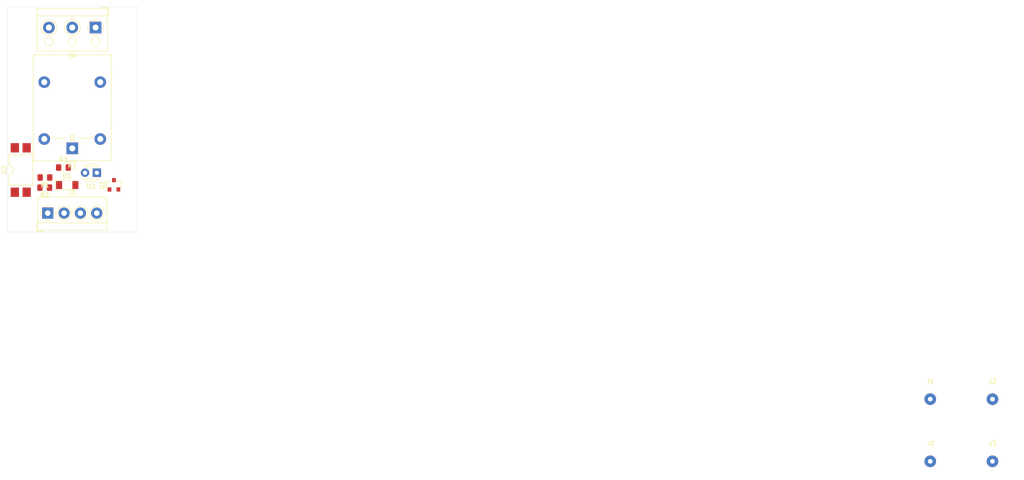
<source format=kicad_pcb>
(kicad_pcb (version 20171130) (host pcbnew 5.1.5-52549c5~86~ubuntu18.04.1)

  (general
    (thickness 1.6)
    (drawings 4)
    (tracks 0)
    (zones 0)
    (modules 22)
    (nets 16)
  )

  (page A4)
  (title_block
    (title "D04 ELECTRONIC")
    (company Galopago)
  )

  (layers
    (0 F.Cu signal)
    (31 B.Cu signal)
    (32 B.Adhes user)
    (33 F.Adhes user)
    (34 B.Paste user)
    (35 F.Paste user)
    (36 B.SilkS user)
    (37 F.SilkS user)
    (38 B.Mask user)
    (39 F.Mask user)
    (40 Dwgs.User user)
    (41 Cmts.User user)
    (42 Eco1.User user)
    (43 Eco2.User user)
    (44 Edge.Cuts user)
    (45 Margin user)
    (46 B.CrtYd user)
    (47 F.CrtYd user)
    (48 B.Fab user)
    (49 F.Fab user)
  )

  (setup
    (last_trace_width 0.25)
    (trace_clearance 0.2)
    (zone_clearance 0.508)
    (zone_45_only no)
    (trace_min 0.2)
    (via_size 0.8)
    (via_drill 0.4)
    (via_min_size 0.4)
    (via_min_drill 0.3)
    (uvia_size 0.3)
    (uvia_drill 0.1)
    (uvias_allowed no)
    (uvia_min_size 0.2)
    (uvia_min_drill 0.1)
    (edge_width 0.05)
    (segment_width 0.2)
    (pcb_text_width 0.3)
    (pcb_text_size 1.5 1.5)
    (mod_edge_width 0.12)
    (mod_text_size 1 1)
    (mod_text_width 0.15)
    (pad_size 3 3)
    (pad_drill 3)
    (pad_to_mask_clearance 0.051)
    (solder_mask_min_width 0.25)
    (aux_axis_origin 0 0)
    (visible_elements FFFFFF7F)
    (pcbplotparams
      (layerselection 0x010fc_ffffffff)
      (usegerberextensions false)
      (usegerberattributes false)
      (usegerberadvancedattributes false)
      (creategerberjobfile false)
      (excludeedgelayer true)
      (linewidth 0.100000)
      (plotframeref false)
      (viasonmask false)
      (mode 1)
      (useauxorigin false)
      (hpglpennumber 1)
      (hpglpenspeed 20)
      (hpglpendiameter 15.000000)
      (psnegative false)
      (psa4output false)
      (plotreference true)
      (plotvalue true)
      (plotinvisibletext false)
      (padsonsilk false)
      (subtractmaskfromsilk false)
      (outputformat 1)
      (mirror false)
      (drillshape 1)
      (scaleselection 1)
      (outputdirectory ""))
  )

  (net 0 "")
  (net 1 "Net-(J0-Pad1)")
  (net 2 "Net-(J4-Pad3)")
  (net 3 "Net-(J4-Pad2)")
  (net 4 "Net-(J4-Pad1)")
  (net 5 "Net-(J5-Pad4)")
  (net 6 "Net-(J5-Pad3)")
  (net 7 "Net-(J5-Pad2)")
  (net 8 "Net-(Q1-Pad1)")
  (net 9 "Net-(R1-Pad2)")
  (net 10 "Net-(U2-Pad2)")
  (net 11 "Net-(D1-Pad2)")
  (net 12 "Net-(D1-Pad1)")
  (net 13 "Net-(R2-Pad2)")
  (net 14 "Net-(R2-Pad1)")
  (net 15 "Net-(D2-Pad2)")

  (net_class Default "This is the default net class."
    (clearance 0.2)
    (trace_width 0.25)
    (via_dia 0.8)
    (via_drill 0.4)
    (uvia_dia 0.3)
    (uvia_drill 0.1)
    (add_net "Net-(D1-Pad1)")
    (add_net "Net-(D1-Pad2)")
    (add_net "Net-(D2-Pad2)")
    (add_net "Net-(J0-Pad1)")
    (add_net "Net-(J4-Pad1)")
    (add_net "Net-(J4-Pad2)")
    (add_net "Net-(J4-Pad3)")
    (add_net "Net-(J5-Pad2)")
    (add_net "Net-(J5-Pad3)")
    (add_net "Net-(J5-Pad4)")
    (add_net "Net-(Q1-Pad1)")
    (add_net "Net-(R1-Pad2)")
    (add_net "Net-(R2-Pad1)")
    (add_net "Net-(R2-Pad2)")
    (add_net "Net-(U2-Pad2)")
  )

  (module Resistor_SMD:R_0805_2012Metric_Pad1.15x1.40mm_HandSolder (layer F.Cu) (tedit 5B36C52B) (tstamp 5F73B347)
    (at 32.0802 54.4576)
    (descr "Resistor SMD 0805 (2012 Metric), square (rectangular) end terminal, IPC_7351 nominal with elongated pad for handsoldering. (Body size source: https://docs.google.com/spreadsheets/d/1BsfQQcO9C6DZCsRaXUlFlo91Tg2WpOkGARC1WS5S8t0/edit?usp=sharing), generated with kicad-footprint-generator")
    (tags "resistor handsolder")
    (path /5F84430C)
    (attr smd)
    (fp_text reference R3 (at 0 -1.65) (layer F.SilkS)
      (effects (font (size 1 1) (thickness 0.15)))
    )
    (fp_text value R (at 0 1.65) (layer F.Fab)
      (effects (font (size 1 1) (thickness 0.15)))
    )
    (fp_text user %R (at 0 0) (layer F.Fab)
      (effects (font (size 0.5 0.5) (thickness 0.08)))
    )
    (fp_line (start 1.85 0.95) (end -1.85 0.95) (layer F.CrtYd) (width 0.05))
    (fp_line (start 1.85 -0.95) (end 1.85 0.95) (layer F.CrtYd) (width 0.05))
    (fp_line (start -1.85 -0.95) (end 1.85 -0.95) (layer F.CrtYd) (width 0.05))
    (fp_line (start -1.85 0.95) (end -1.85 -0.95) (layer F.CrtYd) (width 0.05))
    (fp_line (start -0.261252 0.71) (end 0.261252 0.71) (layer F.SilkS) (width 0.12))
    (fp_line (start -0.261252 -0.71) (end 0.261252 -0.71) (layer F.SilkS) (width 0.12))
    (fp_line (start 1 0.6) (end -1 0.6) (layer F.Fab) (width 0.1))
    (fp_line (start 1 -0.6) (end 1 0.6) (layer F.Fab) (width 0.1))
    (fp_line (start -1 -0.6) (end 1 -0.6) (layer F.Fab) (width 0.1))
    (fp_line (start -1 0.6) (end -1 -0.6) (layer F.Fab) (width 0.1))
    (pad 2 smd roundrect (at 1.025 0) (size 1.15 1.4) (layers F.Cu F.Paste F.Mask) (roundrect_rratio 0.217391)
      (net 15 "Net-(D2-Pad2)"))
    (pad 1 smd roundrect (at -1.025 0) (size 1.15 1.4) (layers F.Cu F.Paste F.Mask) (roundrect_rratio 0.217391)
      (net 12 "Net-(D1-Pad1)"))
    (model ${KISYS3DMOD}/Resistor_SMD.3dshapes/R_0805_2012Metric.wrl
      (at (xyz 0 0 0))
      (scale (xyz 1 1 1))
      (rotate (xyz 0 0 0))
    )
  )

  (module Resistor_SMD:R_0805_2012Metric_Pad1.15x1.40mm_HandSolder (layer F.Cu) (tedit 5B36C52B) (tstamp 5F73B336)
    (at 28.067 58.7756 180)
    (descr "Resistor SMD 0805 (2012 Metric), square (rectangular) end terminal, IPC_7351 nominal with elongated pad for handsoldering. (Body size source: https://docs.google.com/spreadsheets/d/1BsfQQcO9C6DZCsRaXUlFlo91Tg2WpOkGARC1WS5S8t0/edit?usp=sharing), generated with kicad-footprint-generator")
    (tags "resistor handsolder")
    (path /5F83C534)
    (attr smd)
    (fp_text reference R2 (at 0 -1.65) (layer F.SilkS)
      (effects (font (size 1 1) (thickness 0.15)))
    )
    (fp_text value R (at 0 1.65) (layer F.Fab)
      (effects (font (size 1 1) (thickness 0.15)))
    )
    (fp_text user %R (at 0 0) (layer F.Fab)
      (effects (font (size 0.5 0.5) (thickness 0.08)))
    )
    (fp_line (start 1.85 0.95) (end -1.85 0.95) (layer F.CrtYd) (width 0.05))
    (fp_line (start 1.85 -0.95) (end 1.85 0.95) (layer F.CrtYd) (width 0.05))
    (fp_line (start -1.85 -0.95) (end 1.85 -0.95) (layer F.CrtYd) (width 0.05))
    (fp_line (start -1.85 0.95) (end -1.85 -0.95) (layer F.CrtYd) (width 0.05))
    (fp_line (start -0.261252 0.71) (end 0.261252 0.71) (layer F.SilkS) (width 0.12))
    (fp_line (start -0.261252 -0.71) (end 0.261252 -0.71) (layer F.SilkS) (width 0.12))
    (fp_line (start 1 0.6) (end -1 0.6) (layer F.Fab) (width 0.1))
    (fp_line (start 1 -0.6) (end 1 0.6) (layer F.Fab) (width 0.1))
    (fp_line (start -1 -0.6) (end 1 -0.6) (layer F.Fab) (width 0.1))
    (fp_line (start -1 0.6) (end -1 -0.6) (layer F.Fab) (width 0.1))
    (pad 2 smd roundrect (at 1.025 0 180) (size 1.15 1.4) (layers F.Cu F.Paste F.Mask) (roundrect_rratio 0.217391)
      (net 13 "Net-(R2-Pad2)"))
    (pad 1 smd roundrect (at -1.025 0 180) (size 1.15 1.4) (layers F.Cu F.Paste F.Mask) (roundrect_rratio 0.217391)
      (net 14 "Net-(R2-Pad1)"))
    (model ${KISYS3DMOD}/Resistor_SMD.3dshapes/R_0805_2012Metric.wrl
      (at (xyz 0 0 0))
      (scale (xyz 1 1 1))
      (rotate (xyz 0 0 0))
    )
  )

  (module LED_THT:LED_D3.0mm (layer F.Cu) (tedit 587A3A7B) (tstamp 5F73B0CD)
    (at 39.243 55.5752 180)
    (descr "LED, diameter 3.0mm, 2 pins")
    (tags "LED diameter 3.0mm 2 pins")
    (path /5F844FC4)
    (fp_text reference D2 (at 1.27 -2.96) (layer F.SilkS)
      (effects (font (size 1 1) (thickness 0.15)))
    )
    (fp_text value LED (at 1.27 2.96) (layer F.Fab)
      (effects (font (size 1 1) (thickness 0.15)))
    )
    (fp_line (start 3.7 -2.25) (end -1.15 -2.25) (layer F.CrtYd) (width 0.05))
    (fp_line (start 3.7 2.25) (end 3.7 -2.25) (layer F.CrtYd) (width 0.05))
    (fp_line (start -1.15 2.25) (end 3.7 2.25) (layer F.CrtYd) (width 0.05))
    (fp_line (start -1.15 -2.25) (end -1.15 2.25) (layer F.CrtYd) (width 0.05))
    (fp_line (start -0.29 1.08) (end -0.29 1.236) (layer F.SilkS) (width 0.12))
    (fp_line (start -0.29 -1.236) (end -0.29 -1.08) (layer F.SilkS) (width 0.12))
    (fp_line (start -0.23 -1.16619) (end -0.23 1.16619) (layer F.Fab) (width 0.1))
    (fp_circle (center 1.27 0) (end 2.77 0) (layer F.Fab) (width 0.1))
    (fp_arc (start 1.27 0) (end 0.229039 1.08) (angle -87.9) (layer F.SilkS) (width 0.12))
    (fp_arc (start 1.27 0) (end 0.229039 -1.08) (angle 87.9) (layer F.SilkS) (width 0.12))
    (fp_arc (start 1.27 0) (end -0.29 1.235516) (angle -108.8) (layer F.SilkS) (width 0.12))
    (fp_arc (start 1.27 0) (end -0.29 -1.235516) (angle 108.8) (layer F.SilkS) (width 0.12))
    (fp_arc (start 1.27 0) (end -0.23 -1.16619) (angle 284.3) (layer F.Fab) (width 0.1))
    (pad 2 thru_hole circle (at 2.54 0 180) (size 1.8 1.8) (drill 0.9) (layers *.Cu *.Mask)
      (net 15 "Net-(D2-Pad2)"))
    (pad 1 thru_hole rect (at 0 0 180) (size 1.8 1.8) (drill 0.9) (layers *.Cu *.Mask)
      (net 11 "Net-(D1-Pad2)"))
    (model ${KISYS3DMOD}/LED_THT.3dshapes/LED_D3.0mm.wrl
      (at (xyz 0 0 0))
      (scale (xyz 1 1 1))
      (rotate (xyz 0 0 0))
    )
  )

  (module Diode_SMD:D_MiniMELF (layer F.Cu) (tedit 5905D8F5) (tstamp 5F73AAB8)
    (at 32.893 58.2168)
    (descr "Diode Mini-MELF")
    (tags "Diode Mini-MELF")
    (path /5F833EAA)
    (attr smd)
    (fp_text reference D1 (at 0 -2) (layer F.SilkS)
      (effects (font (size 1 1) (thickness 0.15)))
    )
    (fp_text value LL4148 (at 0 1.75) (layer F.Fab)
      (effects (font (size 1 1) (thickness 0.15)))
    )
    (fp_line (start -2.65 1.1) (end -2.65 -1.1) (layer F.CrtYd) (width 0.05))
    (fp_line (start 2.65 1.1) (end -2.65 1.1) (layer F.CrtYd) (width 0.05))
    (fp_line (start 2.65 -1.1) (end 2.65 1.1) (layer F.CrtYd) (width 0.05))
    (fp_line (start -2.65 -1.1) (end 2.65 -1.1) (layer F.CrtYd) (width 0.05))
    (fp_line (start -0.75 0) (end -0.35 0) (layer F.Fab) (width 0.1))
    (fp_line (start -0.35 0) (end -0.35 -0.55) (layer F.Fab) (width 0.1))
    (fp_line (start -0.35 0) (end -0.35 0.55) (layer F.Fab) (width 0.1))
    (fp_line (start -0.35 0) (end 0.25 -0.4) (layer F.Fab) (width 0.1))
    (fp_line (start 0.25 -0.4) (end 0.25 0.4) (layer F.Fab) (width 0.1))
    (fp_line (start 0.25 0.4) (end -0.35 0) (layer F.Fab) (width 0.1))
    (fp_line (start 0.25 0) (end 0.75 0) (layer F.Fab) (width 0.1))
    (fp_line (start -1.65 -0.8) (end 1.65 -0.8) (layer F.Fab) (width 0.1))
    (fp_line (start -1.65 0.8) (end -1.65 -0.8) (layer F.Fab) (width 0.1))
    (fp_line (start 1.65 0.8) (end -1.65 0.8) (layer F.Fab) (width 0.1))
    (fp_line (start 1.65 -0.8) (end 1.65 0.8) (layer F.Fab) (width 0.1))
    (fp_line (start -2.55 1) (end 1.75 1) (layer F.SilkS) (width 0.12))
    (fp_line (start -2.55 -1) (end -2.55 1) (layer F.SilkS) (width 0.12))
    (fp_line (start 1.75 -1) (end -2.55 -1) (layer F.SilkS) (width 0.12))
    (fp_text user %R (at 0 -2) (layer F.Fab)
      (effects (font (size 1 1) (thickness 0.15)))
    )
    (pad 2 smd rect (at 1.75 0) (size 1.3 1.7) (layers F.Cu F.Paste F.Mask)
      (net 11 "Net-(D1-Pad2)"))
    (pad 1 smd rect (at -1.75 0) (size 1.3 1.7) (layers F.Cu F.Paste F.Mask)
      (net 12 "Net-(D1-Pad1)"))
    (model ${KISYS3DMOD}/Diode_SMD.3dshapes/D_MiniMELF.wrl
      (at (xyz 0 0 0))
      (scale (xyz 1 1 1))
      (rotate (xyz 0 0 0))
    )
  )

  (module Resistor_SMD:R_0805_2012Metric_Pad1.15x1.40mm_HandSolder (layer F.Cu) (tedit 5B36C52B) (tstamp 5F73A77E)
    (at 28.1178 56.5912 180)
    (descr "Resistor SMD 0805 (2012 Metric), square (rectangular) end terminal, IPC_7351 nominal with elongated pad for handsoldering. (Body size source: https://docs.google.com/spreadsheets/d/1BsfQQcO9C6DZCsRaXUlFlo91Tg2WpOkGARC1WS5S8t0/edit?usp=sharing), generated with kicad-footprint-generator")
    (tags "resistor handsolder")
    (path /5F7F9740)
    (attr smd)
    (fp_text reference R1 (at 0 -1.65) (layer F.SilkS)
      (effects (font (size 1 1) (thickness 0.15)))
    )
    (fp_text value R (at 0 1.65) (layer F.Fab)
      (effects (font (size 1 1) (thickness 0.15)))
    )
    (fp_text user %R (at 0 0) (layer F.Fab)
      (effects (font (size 0.5 0.5) (thickness 0.08)))
    )
    (fp_line (start 1.85 0.95) (end -1.85 0.95) (layer F.CrtYd) (width 0.05))
    (fp_line (start 1.85 -0.95) (end 1.85 0.95) (layer F.CrtYd) (width 0.05))
    (fp_line (start -1.85 -0.95) (end 1.85 -0.95) (layer F.CrtYd) (width 0.05))
    (fp_line (start -1.85 0.95) (end -1.85 -0.95) (layer F.CrtYd) (width 0.05))
    (fp_line (start -0.261252 0.71) (end 0.261252 0.71) (layer F.SilkS) (width 0.12))
    (fp_line (start -0.261252 -0.71) (end 0.261252 -0.71) (layer F.SilkS) (width 0.12))
    (fp_line (start 1 0.6) (end -1 0.6) (layer F.Fab) (width 0.1))
    (fp_line (start 1 -0.6) (end 1 0.6) (layer F.Fab) (width 0.1))
    (fp_line (start -1 -0.6) (end 1 -0.6) (layer F.Fab) (width 0.1))
    (fp_line (start -1 0.6) (end -1 -0.6) (layer F.Fab) (width 0.1))
    (pad 2 smd roundrect (at 1.025 0 180) (size 1.15 1.4) (layers F.Cu F.Paste F.Mask) (roundrect_rratio 0.217391)
      (net 9 "Net-(R1-Pad2)"))
    (pad 1 smd roundrect (at -1.025 0 180) (size 1.15 1.4) (layers F.Cu F.Paste F.Mask) (roundrect_rratio 0.217391)
      (net 8 "Net-(Q1-Pad1)"))
    (model ${KISYS3DMOD}/Resistor_SMD.3dshapes/R_0805_2012Metric.wrl
      (at (xyz 0 0 0))
      (scale (xyz 1 1 1))
      (rotate (xyz 0 0 0))
    )
  )

  (module Package_DIP:SMDIP-4_W9.53mm (layer F.Cu) (tedit 5A02E8C5) (tstamp 5F738892)
    (at 22.9362 54.991 90)
    (descr "4-lead surface-mounted (SMD) DIP package, row spacing 9.53 mm (375 mils)")
    (tags "SMD DIP DIL PDIP SMDIP 2.54mm 9.53mm 375mil")
    (path /5F821A29)
    (attr smd)
    (fp_text reference U2 (at 0 -3.6 90) (layer F.SilkS)
      (effects (font (size 1 1) (thickness 0.15)))
    )
    (fp_text value LTV-817S (at 0 3.6 90) (layer F.Fab)
      (effects (font (size 1 1) (thickness 0.15)))
    )
    (fp_text user %R (at 0 0 90) (layer F.Fab)
      (effects (font (size 1 1) (thickness 0.15)))
    )
    (fp_line (start 6.05 -2.8) (end -6.05 -2.8) (layer F.CrtYd) (width 0.05))
    (fp_line (start 6.05 2.8) (end 6.05 -2.8) (layer F.CrtYd) (width 0.05))
    (fp_line (start -6.05 2.8) (end 6.05 2.8) (layer F.CrtYd) (width 0.05))
    (fp_line (start -6.05 -2.8) (end -6.05 2.8) (layer F.CrtYd) (width 0.05))
    (fp_line (start 3.235 -2.6) (end 1 -2.6) (layer F.SilkS) (width 0.12))
    (fp_line (start 3.235 2.6) (end 3.235 -2.6) (layer F.SilkS) (width 0.12))
    (fp_line (start -3.235 2.6) (end 3.235 2.6) (layer F.SilkS) (width 0.12))
    (fp_line (start -3.235 -2.6) (end -3.235 2.6) (layer F.SilkS) (width 0.12))
    (fp_line (start -1 -2.6) (end -3.235 -2.6) (layer F.SilkS) (width 0.12))
    (fp_line (start -3.175 -1.54) (end -2.175 -2.54) (layer F.Fab) (width 0.1))
    (fp_line (start -3.175 2.54) (end -3.175 -1.54) (layer F.Fab) (width 0.1))
    (fp_line (start 3.175 2.54) (end -3.175 2.54) (layer F.Fab) (width 0.1))
    (fp_line (start 3.175 -2.54) (end 3.175 2.54) (layer F.Fab) (width 0.1))
    (fp_line (start -2.175 -2.54) (end 3.175 -2.54) (layer F.Fab) (width 0.1))
    (fp_arc (start 0 -2.6) (end -1 -2.6) (angle -180) (layer F.SilkS) (width 0.12))
    (pad 4 smd rect (at 4.765 -1.27 90) (size 2 1.78) (layers F.Cu F.Paste F.Mask)
      (net 12 "Net-(D1-Pad1)"))
    (pad 2 smd rect (at -4.765 1.27 90) (size 2 1.78) (layers F.Cu F.Paste F.Mask)
      (net 10 "Net-(U2-Pad2)"))
    (pad 3 smd rect (at 4.765 1.27 90) (size 2 1.78) (layers F.Cu F.Paste F.Mask)
      (net 9 "Net-(R1-Pad2)"))
    (pad 1 smd rect (at -4.765 -1.27 90) (size 2 1.78) (layers F.Cu F.Paste F.Mask)
      (net 13 "Net-(R2-Pad2)"))
    (model ${KISYS3DMOD}/Package_DIP.3dshapes/SMDIP-4_W9.53mm.wrl
      (at (xyz 0 0 0))
      (scale (xyz 1 1 1))
      (rotate (xyz 0 0 0))
    )
  )

  (module Package_TO_SOT_SMD:SOT-23 (layer F.Cu) (tedit 5A02FF57) (tstamp 5F7342DE)
    (at 42.9006 58.166 90)
    (descr "SOT-23, Standard")
    (tags SOT-23)
    (path /5F7DA704)
    (attr smd)
    (fp_text reference Q1 (at 0 -2.5 90) (layer F.SilkS)
      (effects (font (size 1 1) (thickness 0.15)))
    )
    (fp_text value MMBT3904 (at 0 2.5 90) (layer F.Fab)
      (effects (font (size 1 1) (thickness 0.15)))
    )
    (fp_line (start 0.76 1.58) (end -0.7 1.58) (layer F.SilkS) (width 0.12))
    (fp_line (start 0.76 -1.58) (end -1.4 -1.58) (layer F.SilkS) (width 0.12))
    (fp_line (start -1.7 1.75) (end -1.7 -1.75) (layer F.CrtYd) (width 0.05))
    (fp_line (start 1.7 1.75) (end -1.7 1.75) (layer F.CrtYd) (width 0.05))
    (fp_line (start 1.7 -1.75) (end 1.7 1.75) (layer F.CrtYd) (width 0.05))
    (fp_line (start -1.7 -1.75) (end 1.7 -1.75) (layer F.CrtYd) (width 0.05))
    (fp_line (start 0.76 -1.58) (end 0.76 -0.65) (layer F.SilkS) (width 0.12))
    (fp_line (start 0.76 1.58) (end 0.76 0.65) (layer F.SilkS) (width 0.12))
    (fp_line (start -0.7 1.52) (end 0.7 1.52) (layer F.Fab) (width 0.1))
    (fp_line (start 0.7 -1.52) (end 0.7 1.52) (layer F.Fab) (width 0.1))
    (fp_line (start -0.7 -0.95) (end -0.15 -1.52) (layer F.Fab) (width 0.1))
    (fp_line (start -0.15 -1.52) (end 0.7 -1.52) (layer F.Fab) (width 0.1))
    (fp_line (start -0.7 -0.95) (end -0.7 1.5) (layer F.Fab) (width 0.1))
    (fp_text user %R (at 0 0) (layer F.Fab)
      (effects (font (size 0.5 0.5) (thickness 0.075)))
    )
    (pad 3 smd rect (at 1 0 90) (size 0.9 0.8) (layers F.Cu F.Paste F.Mask)
      (net 11 "Net-(D1-Pad2)"))
    (pad 2 smd rect (at -1 0.95 90) (size 0.9 0.8) (layers F.Cu F.Paste F.Mask)
      (net 5 "Net-(J5-Pad4)"))
    (pad 1 smd rect (at -1 -0.95 90) (size 0.9 0.8) (layers F.Cu F.Paste F.Mask)
      (net 8 "Net-(Q1-Pad1)"))
    (model ${KISYS3DMOD}/Package_TO_SOT_SMD.3dshapes/SOT-23.wrl
      (at (xyz 0 0 0))
      (scale (xyz 1 1 1))
      (rotate (xyz 0 0 0))
    )
  )

  (module TerminalBlock_4Ucon:TerminalBlock_4Ucon_1x04_P3.50mm_Horizontal (layer F.Cu) (tedit 5B294E91) (tstamp 5F732A7A)
    (at 28.72 64.2366)
    (descr "Terminal Block 4Ucon ItemNo. 20001, 4 pins, pitch 3.5mm, size 14.7x7mm^2, drill diamater 1.2mm, pad diameter 2.4mm, see http://www.4uconnector.com/online/object/4udrawing/20001.pdf, script-generated using https://github.com/pointhi/kicad-footprint-generator/scripts/TerminalBlock_4Ucon")
    (tags "THT Terminal Block 4Ucon ItemNo. 20001 pitch 3.5mm size 14.7x7mm^2 drill 1.2mm pad 2.4mm")
    (path /5F7CAE16)
    (fp_text reference J5 (at 5.25 -4.46) (layer F.SilkS)
      (effects (font (size 1 1) (thickness 0.15)))
    )
    (fp_text value Conn_01x04_Female (at 5.25 4.66) (layer F.Fab)
      (effects (font (size 1 1) (thickness 0.15)))
    )
    (fp_text user %R (at 5.25 2.9) (layer F.Fab)
      (effects (font (size 1 1) (thickness 0.15)))
    )
    (fp_line (start 13.1 -3.9) (end -2.6 -3.9) (layer F.CrtYd) (width 0.05))
    (fp_line (start 13.1 4.1) (end 13.1 -3.9) (layer F.CrtYd) (width 0.05))
    (fp_line (start -2.6 4.1) (end 13.1 4.1) (layer F.CrtYd) (width 0.05))
    (fp_line (start -2.6 -3.9) (end -2.6 4.1) (layer F.CrtYd) (width 0.05))
    (fp_line (start -2.4 3.9) (end -0.9 3.9) (layer F.SilkS) (width 0.12))
    (fp_line (start -2.4 2.16) (end -2.4 3.9) (layer F.SilkS) (width 0.12))
    (fp_line (start 9.4 0.069) (end 9.4 -0.069) (layer F.Fab) (width 0.1))
    (fp_line (start 10.431 0.069) (end 9.4 0.069) (layer F.Fab) (width 0.1))
    (fp_line (start 10.431 1.1) (end 10.431 0.069) (layer F.Fab) (width 0.1))
    (fp_line (start 10.569 1.1) (end 10.431 1.1) (layer F.Fab) (width 0.1))
    (fp_line (start 10.569 0.069) (end 10.569 1.1) (layer F.Fab) (width 0.1))
    (fp_line (start 11.6 0.069) (end 10.569 0.069) (layer F.Fab) (width 0.1))
    (fp_line (start 11.6 -0.069) (end 11.6 0.069) (layer F.Fab) (width 0.1))
    (fp_line (start 10.569 -0.069) (end 11.6 -0.069) (layer F.Fab) (width 0.1))
    (fp_line (start 10.569 -1.1) (end 10.569 -0.069) (layer F.Fab) (width 0.1))
    (fp_line (start 10.431 -1.1) (end 10.569 -1.1) (layer F.Fab) (width 0.1))
    (fp_line (start 10.431 -0.069) (end 10.431 -1.1) (layer F.Fab) (width 0.1))
    (fp_line (start 9.4 -0.069) (end 10.431 -0.069) (layer F.Fab) (width 0.1))
    (fp_line (start 5.9 0.069) (end 5.9 -0.069) (layer F.Fab) (width 0.1))
    (fp_line (start 6.931 0.069) (end 5.9 0.069) (layer F.Fab) (width 0.1))
    (fp_line (start 6.931 1.1) (end 6.931 0.069) (layer F.Fab) (width 0.1))
    (fp_line (start 7.069 1.1) (end 6.931 1.1) (layer F.Fab) (width 0.1))
    (fp_line (start 7.069 0.069) (end 7.069 1.1) (layer F.Fab) (width 0.1))
    (fp_line (start 8.1 0.069) (end 7.069 0.069) (layer F.Fab) (width 0.1))
    (fp_line (start 8.1 -0.069) (end 8.1 0.069) (layer F.Fab) (width 0.1))
    (fp_line (start 7.069 -0.069) (end 8.1 -0.069) (layer F.Fab) (width 0.1))
    (fp_line (start 7.069 -1.1) (end 7.069 -0.069) (layer F.Fab) (width 0.1))
    (fp_line (start 6.931 -1.1) (end 7.069 -1.1) (layer F.Fab) (width 0.1))
    (fp_line (start 6.931 -0.069) (end 6.931 -1.1) (layer F.Fab) (width 0.1))
    (fp_line (start 5.9 -0.069) (end 6.931 -0.069) (layer F.Fab) (width 0.1))
    (fp_line (start 2.4 0.069) (end 2.4 -0.069) (layer F.Fab) (width 0.1))
    (fp_line (start 3.431 0.069) (end 2.4 0.069) (layer F.Fab) (width 0.1))
    (fp_line (start 3.431 1.1) (end 3.431 0.069) (layer F.Fab) (width 0.1))
    (fp_line (start 3.569 1.1) (end 3.431 1.1) (layer F.Fab) (width 0.1))
    (fp_line (start 3.569 0.069) (end 3.569 1.1) (layer F.Fab) (width 0.1))
    (fp_line (start 4.6 0.069) (end 3.569 0.069) (layer F.Fab) (width 0.1))
    (fp_line (start 4.6 -0.069) (end 4.6 0.069) (layer F.Fab) (width 0.1))
    (fp_line (start 3.569 -0.069) (end 4.6 -0.069) (layer F.Fab) (width 0.1))
    (fp_line (start 3.569 -1.1) (end 3.569 -0.069) (layer F.Fab) (width 0.1))
    (fp_line (start 3.431 -1.1) (end 3.569 -1.1) (layer F.Fab) (width 0.1))
    (fp_line (start 3.431 -0.069) (end 3.431 -1.1) (layer F.Fab) (width 0.1))
    (fp_line (start 2.4 -0.069) (end 3.431 -0.069) (layer F.Fab) (width 0.1))
    (fp_line (start -1.1 0.069) (end -1.1 -0.069) (layer F.Fab) (width 0.1))
    (fp_line (start -0.069 0.069) (end -1.1 0.069) (layer F.Fab) (width 0.1))
    (fp_line (start -0.069 1.1) (end -0.069 0.069) (layer F.Fab) (width 0.1))
    (fp_line (start 0.069 1.1) (end -0.069 1.1) (layer F.Fab) (width 0.1))
    (fp_line (start 0.069 0.069) (end 0.069 1.1) (layer F.Fab) (width 0.1))
    (fp_line (start 1.1 0.069) (end 0.069 0.069) (layer F.Fab) (width 0.1))
    (fp_line (start 1.1 -0.069) (end 1.1 0.069) (layer F.Fab) (width 0.1))
    (fp_line (start 0.069 -0.069) (end 1.1 -0.069) (layer F.Fab) (width 0.1))
    (fp_line (start 0.069 -1.1) (end 0.069 -0.069) (layer F.Fab) (width 0.1))
    (fp_line (start -0.069 -1.1) (end 0.069 -1.1) (layer F.Fab) (width 0.1))
    (fp_line (start -0.069 -0.069) (end -0.069 -1.1) (layer F.Fab) (width 0.1))
    (fp_line (start -1.1 -0.069) (end -0.069 -0.069) (layer F.Fab) (width 0.1))
    (fp_line (start 12.66 -3.46) (end 12.66 3.66) (layer F.SilkS) (width 0.12))
    (fp_line (start -2.16 -3.46) (end -2.16 3.66) (layer F.SilkS) (width 0.12))
    (fp_line (start -2.16 3.66) (end 12.66 3.66) (layer F.SilkS) (width 0.12))
    (fp_line (start -2.16 -3.46) (end 12.66 -3.46) (layer F.SilkS) (width 0.12))
    (fp_line (start -2.16 2.1) (end 12.66 2.1) (layer F.SilkS) (width 0.12))
    (fp_line (start -2.1 2.1) (end 12.6 2.1) (layer F.Fab) (width 0.1))
    (fp_line (start -2.1 2.1) (end -2.1 -3.4) (layer F.Fab) (width 0.1))
    (fp_line (start -0.6 3.6) (end -2.1 2.1) (layer F.Fab) (width 0.1))
    (fp_line (start 12.6 3.6) (end -0.6 3.6) (layer F.Fab) (width 0.1))
    (fp_line (start 12.6 -3.4) (end 12.6 3.6) (layer F.Fab) (width 0.1))
    (fp_line (start -2.1 -3.4) (end 12.6 -3.4) (layer F.Fab) (width 0.1))
    (fp_circle (center 10.5 0) (end 12.055 0) (layer F.SilkS) (width 0.12))
    (fp_circle (center 10.5 0) (end 11.875 0) (layer F.Fab) (width 0.1))
    (fp_circle (center 7 0) (end 8.555 0) (layer F.SilkS) (width 0.12))
    (fp_circle (center 7 0) (end 8.375 0) (layer F.Fab) (width 0.1))
    (fp_circle (center 3.5 0) (end 5.055 0) (layer F.SilkS) (width 0.12))
    (fp_circle (center 3.5 0) (end 4.875 0) (layer F.Fab) (width 0.1))
    (fp_circle (center 0 0) (end 1.375 0) (layer F.Fab) (width 0.1))
    (fp_arc (start 0 0) (end -0.608 1.432) (angle -24) (layer F.SilkS) (width 0.12))
    (fp_arc (start 0 0) (end -1.432 -0.608) (angle -46) (layer F.SilkS) (width 0.12))
    (fp_arc (start 0 0) (end 0.608 -1.432) (angle -46) (layer F.SilkS) (width 0.12))
    (fp_arc (start 0 0) (end 1.432 0.608) (angle -46) (layer F.SilkS) (width 0.12))
    (fp_arc (start 0 0) (end 0 1.555) (angle -23) (layer F.SilkS) (width 0.12))
    (pad 4 thru_hole circle (at 10.5 0) (size 2.4 2.4) (drill 1.2) (layers *.Cu *.Mask)
      (net 5 "Net-(J5-Pad4)"))
    (pad 3 thru_hole circle (at 7 0) (size 2.4 2.4) (drill 1.2) (layers *.Cu *.Mask)
      (net 6 "Net-(J5-Pad3)"))
    (pad 2 thru_hole circle (at 3.5 0) (size 2.4 2.4) (drill 1.2) (layers *.Cu *.Mask)
      (net 7 "Net-(J5-Pad2)"))
    (pad 1 thru_hole rect (at 0 0) (size 2.4 2.4) (drill 1.2) (layers *.Cu *.Mask)
      (net 12 "Net-(D1-Pad1)"))
    (model ${KISYS3DMOD}/TerminalBlock_4Ucon.3dshapes/TerminalBlock_4Ucon_1x04_P3.50mm_Horizontal.wrl
      (at (xyz 0 0 0))
      (scale (xyz 1 1 1))
      (rotate (xyz 0 0 0))
    )
  )

  (module TerminalBlock_RND:TerminalBlock_RND_205-00002_1x03_P5.00mm_Horizontal (layer F.Cu) (tedit 5B294F8C) (tstamp 5F731FEE)
    (at 38.97 24.4348 180)
    (descr "terminal block RND 205-00002, 3 pins, pitch 5mm, size 15x9mm^2, drill diamater 1.3mm, pad diameter 2.5mm, see http://cdn-reichelt.de/documents/datenblatt/C151/RND_205-00001_DB_EN.pdf, script-generated using https://github.com/pointhi/kicad-footprint-generator/scripts/TerminalBlock_RND")
    (tags "THT terminal block RND 205-00002 pitch 5mm size 15x9mm^2 drill 1.3mm pad 2.5mm")
    (path /5F777696)
    (fp_text reference J4 (at 5 -6.06) (layer F.SilkS)
      (effects (font (size 1 1) (thickness 0.15)))
    )
    (fp_text value Conn_01x03_Female (at 5 5.06) (layer F.Fab)
      (effects (font (size 1 1) (thickness 0.15)))
    )
    (fp_text user %R (at 5 -6.06) (layer F.Fab)
      (effects (font (size 1 1) (thickness 0.15)))
    )
    (fp_line (start 13 -5.5) (end -3 -5.5) (layer F.CrtYd) (width 0.05))
    (fp_line (start 13 4.5) (end 13 -5.5) (layer F.CrtYd) (width 0.05))
    (fp_line (start -3 4.5) (end 13 4.5) (layer F.CrtYd) (width 0.05))
    (fp_line (start -3 -5.5) (end -3 4.5) (layer F.CrtYd) (width 0.05))
    (fp_line (start -2.8 4.3) (end -1.3 4.3) (layer F.SilkS) (width 0.12))
    (fp_line (start -2.8 2.56) (end -2.8 4.3) (layer F.SilkS) (width 0.12))
    (fp_line (start 8.82 0.976) (end 8.726 1.069) (layer F.SilkS) (width 0.12))
    (fp_line (start 11.07 -1.275) (end 11.011 -1.216) (layer F.SilkS) (width 0.12))
    (fp_line (start 8.99 1.216) (end 8.931 1.274) (layer F.SilkS) (width 0.12))
    (fp_line (start 11.275 -1.069) (end 11.181 -0.976) (layer F.SilkS) (width 0.12))
    (fp_line (start 10.955 -1.138) (end 8.863 0.955) (layer F.Fab) (width 0.1))
    (fp_line (start 11.138 -0.955) (end 9.046 1.138) (layer F.Fab) (width 0.1))
    (fp_line (start 3.82 0.976) (end 3.726 1.069) (layer F.SilkS) (width 0.12))
    (fp_line (start 6.07 -1.275) (end 6.011 -1.216) (layer F.SilkS) (width 0.12))
    (fp_line (start 3.99 1.216) (end 3.931 1.274) (layer F.SilkS) (width 0.12))
    (fp_line (start 6.275 -1.069) (end 6.181 -0.976) (layer F.SilkS) (width 0.12))
    (fp_line (start 5.955 -1.138) (end 3.863 0.955) (layer F.Fab) (width 0.1))
    (fp_line (start 6.138 -0.955) (end 4.046 1.138) (layer F.Fab) (width 0.1))
    (fp_line (start 0.955 -1.138) (end -1.138 0.955) (layer F.Fab) (width 0.1))
    (fp_line (start 1.138 -0.955) (end -0.955 1.138) (layer F.Fab) (width 0.1))
    (fp_line (start 12.56 -5.06) (end 12.56 4.06) (layer F.SilkS) (width 0.12))
    (fp_line (start -2.56 -5.06) (end -2.56 4.06) (layer F.SilkS) (width 0.12))
    (fp_line (start -2.56 4.06) (end 12.56 4.06) (layer F.SilkS) (width 0.12))
    (fp_line (start -2.56 -5.06) (end 12.56 -5.06) (layer F.SilkS) (width 0.12))
    (fp_line (start -2.56 2.5) (end 12.56 2.5) (layer F.SilkS) (width 0.12))
    (fp_line (start -2.5 2.5) (end 12.5 2.5) (layer F.Fab) (width 0.1))
    (fp_line (start -2.5 2.5) (end -2.5 -5) (layer F.Fab) (width 0.1))
    (fp_line (start -1 4) (end -2.5 2.5) (layer F.Fab) (width 0.1))
    (fp_line (start 12.5 4) (end -1 4) (layer F.Fab) (width 0.1))
    (fp_line (start 12.5 -5) (end 12.5 4) (layer F.Fab) (width 0.1))
    (fp_line (start -2.5 -5) (end 12.5 -5) (layer F.Fab) (width 0.1))
    (fp_circle (center 10 -3) (end 10.9 -3) (layer F.SilkS) (width 0.12))
    (fp_circle (center 10 -3) (end 10.9 -3) (layer F.Fab) (width 0.1))
    (fp_circle (center 10 0) (end 11.68 0) (layer F.SilkS) (width 0.12))
    (fp_circle (center 10 0) (end 11.5 0) (layer F.Fab) (width 0.1))
    (fp_circle (center 5 -3) (end 5.9 -3) (layer F.SilkS) (width 0.12))
    (fp_circle (center 5 -3) (end 5.9 -3) (layer F.Fab) (width 0.1))
    (fp_circle (center 5 0) (end 6.68 0) (layer F.SilkS) (width 0.12))
    (fp_circle (center 5 0) (end 6.5 0) (layer F.Fab) (width 0.1))
    (fp_circle (center 0 -3) (end 0.9 -3) (layer F.SilkS) (width 0.12))
    (fp_circle (center 0 -3) (end 0.9 -3) (layer F.Fab) (width 0.1))
    (fp_circle (center 0 0) (end 1.5 0) (layer F.Fab) (width 0.1))
    (fp_arc (start 0 0) (end -0.789 1.484) (angle -29) (layer F.SilkS) (width 0.12))
    (fp_arc (start 0 0) (end -1.484 -0.789) (angle -56) (layer F.SilkS) (width 0.12))
    (fp_arc (start 0 0) (end 0.789 -1.484) (angle -56) (layer F.SilkS) (width 0.12))
    (fp_arc (start 0 0) (end 1.484 0.789) (angle -56) (layer F.SilkS) (width 0.12))
    (fp_arc (start 0 0) (end 0 1.68) (angle -28) (layer F.SilkS) (width 0.12))
    (pad 3 thru_hole circle (at 10 0 180) (size 2.5 2.5) (drill 1.3) (layers *.Cu *.Mask)
      (net 2 "Net-(J4-Pad3)"))
    (pad 2 thru_hole circle (at 5 0 180) (size 2.5 2.5) (drill 1.3) (layers *.Cu *.Mask)
      (net 3 "Net-(J4-Pad2)"))
    (pad 1 thru_hole rect (at 0 0 180) (size 2.5 2.5) (drill 1.3) (layers *.Cu *.Mask)
      (net 4 "Net-(J4-Pad1)"))
    (model ${KISYS3DMOD}/TerminalBlock_RND.3dshapes/TerminalBlock_RND_205-00002_1x03_P5.00mm_Horizontal.wrl
      (at (xyz 0 0 0))
      (scale (xyz 1 1 1))
      (rotate (xyz 0 0 0))
    )
  )

  (module Relay_THT:Relay_SPDT_Omron-G5LE-1 (layer F.Cu) (tedit 5AE38B37) (tstamp 5F72DC85)
    (at 33.97 50.3428 180)
    (descr "Omron Relay SPDT, http://www.omron.com/ecb/products/pdf/en-g5le.pdf")
    (tags "Omron Relay SPDT")
    (path /5F72F6C1)
    (fp_text reference K1 (at 0 -3.8) (layer F.SilkS)
      (effects (font (size 1 1) (thickness 0.15)))
    )
    (fp_text value G5LE-1 (at 0 20.95) (layer F.Fab)
      (effects (font (size 1 1) (thickness 0.15)))
    )
    (fp_text user %R (at 0 8.7) (layer F.Fab)
      (effects (font (size 1 1) (thickness 0.15)))
    )
    (fp_line (start -8.5 20.2) (end 8.5 20.2) (layer F.CrtYd) (width 0.05))
    (fp_line (start -8.5 -2.8) (end -8.5 20.2) (layer F.CrtYd) (width 0.05))
    (fp_line (start 8.5 -2.8) (end -8.5 -2.8) (layer F.CrtYd) (width 0.05))
    (fp_line (start 8.5 20.2) (end 8.5 -2.8) (layer F.CrtYd) (width 0.05))
    (fp_line (start 1.35 2.2) (end 4.5 2.2) (layer F.SilkS) (width 0.12))
    (fp_line (start -4.5 2.2) (end -1.35 2.2) (layer F.SilkS) (width 0.12))
    (fp_line (start -1 -2.91) (end 1 -2.91) (layer F.SilkS) (width 0.12))
    (fp_line (start -0.35 2.8) (end 0.35 2.8) (layer F.SilkS) (width 0.12))
    (fp_line (start -0.35 1.6) (end -0.35 2.8) (layer F.SilkS) (width 0.12))
    (fp_line (start 0.35 1.6) (end -0.35 1.6) (layer F.SilkS) (width 0.12))
    (fp_line (start 0.35 2.8) (end 0.35 1.6) (layer F.SilkS) (width 0.12))
    (fp_line (start -0.35 2.4) (end 0.35 2) (layer F.SilkS) (width 0.12))
    (fp_line (start -8.35 20.05) (end 8.35 20.05) (layer F.SilkS) (width 0.12))
    (fp_line (start -8.35 -2.65) (end -8.35 20.05) (layer F.SilkS) (width 0.12))
    (fp_line (start 8.35 -2.65) (end -8.35 -2.65) (layer F.SilkS) (width 0.12))
    (fp_line (start 8.35 20.05) (end 8.35 -2.65) (layer F.SilkS) (width 0.12))
    (fp_line (start -4.5 2) (end 4.5 2) (layer F.Fab) (width 0.1))
    (fp_line (start -1 -2.55) (end 0 -1.55) (layer F.Fab) (width 0.1))
    (fp_line (start -8.25 -2.55) (end -1 -2.55) (layer F.Fab) (width 0.1))
    (fp_line (start -8.25 19.95) (end -8.25 -2.55) (layer F.Fab) (width 0.1))
    (fp_line (start 8.25 19.95) (end -8.25 19.95) (layer F.Fab) (width 0.1))
    (fp_line (start 8.25 -2.55) (end 8.25 19.95) (layer F.Fab) (width 0.1))
    (fp_line (start 1 -2.55) (end 8.25 -2.55) (layer F.Fab) (width 0.1))
    (fp_line (start 0 -1.55) (end 1 -2.55) (layer F.Fab) (width 0.1))
    (pad 5 thru_hole oval (at 6 2 180) (size 2.5 2.5) (drill 1.3) (layers *.Cu *.Mask)
      (net 12 "Net-(D1-Pad1)"))
    (pad 4 thru_hole oval (at 6 14.2 180) (size 2.5 2.5) (drill 1.3) (layers *.Cu *.Mask)
      (net 2 "Net-(J4-Pad3)"))
    (pad 3 thru_hole oval (at -6 14.2 180) (size 2.5 2.5) (drill 1.3) (layers *.Cu *.Mask)
      (net 4 "Net-(J4-Pad1)"))
    (pad 2 thru_hole oval (at -6 2 180) (size 2.5 2.5) (drill 1.3) (layers *.Cu *.Mask)
      (net 11 "Net-(D1-Pad2)"))
    (pad 1 thru_hole rect (at 0 0 180) (size 2.5 2.5) (drill 1.3) (layers *.Cu *.Mask)
      (net 3 "Net-(J4-Pad2)"))
    (model ${KISYS3DMOD}/Relay_THT.3dshapes/Relay_SPDT_Omron-G5LE-1.wrl
      (at (xyz 0 0 0))
      (scale (xyz 1 1 1))
      (rotate (xyz 0 0 0))
    )
  )

  (module Connector_Wire:SolderWirePad_1x01_Drill1mm (layer F.Cu) (tedit 5AEE5EBE) (tstamp 5F35F171)
    (at 231.14 117.475)
    (descr "Wire solder connection")
    (tags connector)
    (path /5F5DDB13)
    (attr virtual)
    (fp_text reference J3 (at 0 -3.81) (layer F.SilkS)
      (effects (font (size 1 1) (thickness 0.15)))
    )
    (fp_text value Conn_01x01_Male (at 0 3.175) (layer F.Fab)
      (effects (font (size 1 1) (thickness 0.15)))
    )
    (fp_line (start 1.75 1.75) (end -1.75 1.75) (layer F.CrtYd) (width 0.05))
    (fp_line (start 1.75 1.75) (end 1.75 -1.75) (layer F.CrtYd) (width 0.05))
    (fp_line (start -1.75 -1.75) (end -1.75 1.75) (layer F.CrtYd) (width 0.05))
    (fp_line (start -1.75 -1.75) (end 1.75 -1.75) (layer F.CrtYd) (width 0.05))
    (fp_text user %R (at 0 0) (layer F.Fab)
      (effects (font (size 1 1) (thickness 0.15)))
    )
    (pad 1 thru_hole circle (at 0 0) (size 2.49936 2.49936) (drill 1.00076) (layers *.Cu *.Mask)
      (net 1 "Net-(J0-Pad1)"))
  )

  (module Connector_Wire:SolderWirePad_1x01_Drill1mm (layer F.Cu) (tedit 5AEE5EBE) (tstamp 5F35F167)
    (at 231.14 104.14)
    (descr "Wire solder connection")
    (tags connector)
    (path /5F5DCAC3)
    (attr virtual)
    (fp_text reference J2 (at 0 -3.81) (layer F.SilkS)
      (effects (font (size 1 1) (thickness 0.15)))
    )
    (fp_text value Conn_01x01_Male (at 0 3.175) (layer F.Fab)
      (effects (font (size 1 1) (thickness 0.15)))
    )
    (fp_line (start 1.75 1.75) (end -1.75 1.75) (layer F.CrtYd) (width 0.05))
    (fp_line (start 1.75 1.75) (end 1.75 -1.75) (layer F.CrtYd) (width 0.05))
    (fp_line (start -1.75 -1.75) (end -1.75 1.75) (layer F.CrtYd) (width 0.05))
    (fp_line (start -1.75 -1.75) (end 1.75 -1.75) (layer F.CrtYd) (width 0.05))
    (fp_text user %R (at 0 0) (layer F.Fab)
      (effects (font (size 1 1) (thickness 0.15)))
    )
    (pad 1 thru_hole circle (at 0 0) (size 2.49936 2.49936) (drill 1.00076) (layers *.Cu *.Mask)
      (net 1 "Net-(J0-Pad1)"))
  )

  (module Connector_Wire:SolderWirePad_1x01_Drill1mm (layer F.Cu) (tedit 5AEE5EBE) (tstamp 5F35F15D)
    (at 217.805 104.14)
    (descr "Wire solder connection")
    (tags connector)
    (path /5F5DB1C6)
    (attr virtual)
    (fp_text reference J1 (at 0 -3.81) (layer F.SilkS)
      (effects (font (size 1 1) (thickness 0.15)))
    )
    (fp_text value Conn_01x01_Male (at 0 3.175) (layer F.Fab)
      (effects (font (size 1 1) (thickness 0.15)))
    )
    (fp_line (start 1.75 1.75) (end -1.75 1.75) (layer F.CrtYd) (width 0.05))
    (fp_line (start 1.75 1.75) (end 1.75 -1.75) (layer F.CrtYd) (width 0.05))
    (fp_line (start -1.75 -1.75) (end -1.75 1.75) (layer F.CrtYd) (width 0.05))
    (fp_line (start -1.75 -1.75) (end 1.75 -1.75) (layer F.CrtYd) (width 0.05))
    (fp_text user %R (at 0 0) (layer F.Fab)
      (effects (font (size 1 1) (thickness 0.15)))
    )
    (pad 1 thru_hole circle (at 0 0) (size 2.49936 2.49936) (drill 1.00076) (layers *.Cu *.Mask)
      (net 1 "Net-(J0-Pad1)"))
  )

  (module Connector_Wire:SolderWirePad_1x01_Drill1mm (layer F.Cu) (tedit 5AEE5EBE) (tstamp 5F35F153)
    (at 217.805 117.475)
    (descr "Wire solder connection")
    (tags connector)
    (path /5F5D91C6)
    (attr virtual)
    (fp_text reference J0 (at 0 -3.81) (layer F.SilkS)
      (effects (font (size 1 1) (thickness 0.15)))
    )
    (fp_text value Conn_01x01_Male (at 0 3.175) (layer F.Fab)
      (effects (font (size 1 1) (thickness 0.15)))
    )
    (fp_line (start 1.75 1.75) (end -1.75 1.75) (layer F.CrtYd) (width 0.05))
    (fp_line (start 1.75 1.75) (end 1.75 -1.75) (layer F.CrtYd) (width 0.05))
    (fp_line (start -1.75 -1.75) (end -1.75 1.75) (layer F.CrtYd) (width 0.05))
    (fp_line (start -1.75 -1.75) (end 1.75 -1.75) (layer F.CrtYd) (width 0.05))
    (fp_text user %R (at 0 0) (layer F.Fab)
      (effects (font (size 1 1) (thickness 0.15)))
    )
    (pad 1 thru_hole circle (at 0 0) (size 2.49936 2.49936) (drill 1.00076) (layers *.Cu *.Mask)
      (net 1 "Net-(J0-Pad1)"))
  )

  (module MountingHole:MountingHole_3mm (layer F.Cu) (tedit 56D1B4CB) (tstamp 5F35ECE9)
    (at 44.13 64.45)
    (descr "Mounting Hole 3mm, no annular")
    (tags "mounting hole 3mm no annular")
    (path /5F32EE0E)
    (attr virtual)
    (fp_text reference HE2 (at 0 -4) (layer F.SilkS) hide
      (effects (font (size 1 1) (thickness 0.15)))
    )
    (fp_text value MountingHole (at 0 4) (layer F.Fab)
      (effects (font (size 1 1) (thickness 0.15)))
    )
    (fp_circle (center 0 0) (end 3.25 0) (layer F.CrtYd) (width 0.05))
    (fp_circle (center 0 0) (end 3 0) (layer Cmts.User) (width 0.15))
    (fp_text user %R (at 0.3 0) (layer F.Fab)
      (effects (font (size 1 1) (thickness 0.15)))
    )
    (pad 1 np_thru_hole circle (at 0 0) (size 3 3) (drill 3) (layers *.Cu *.Mask))
  )

  (module MountingHole:MountingHole_3mm (layer F.Cu) (tedit 56D1B4CB) (tstamp 5F35ECD9)
    (at 23.81 64.45)
    (descr "Mounting Hole 3mm, no annular")
    (tags "mounting hole 3mm no annular")
    (path /5F3282FB)
    (attr virtual)
    (fp_text reference HE0 (at 0 -4) (layer F.SilkS) hide
      (effects (font (size 1 1) (thickness 0.15)))
    )
    (fp_text value MountingHole (at 0 4) (layer F.Fab)
      (effects (font (size 1 1) (thickness 0.15)))
    )
    (fp_circle (center 0 0) (end 3.25 0) (layer F.CrtYd) (width 0.05))
    (fp_circle (center 0 0) (end 3 0) (layer Cmts.User) (width 0.15))
    (fp_text user %R (at 0.3 0) (layer F.Fab)
      (effects (font (size 1 1) (thickness 0.15)))
    )
    (pad 1 np_thru_hole circle (at 0 0) (size 3 3) (drill 3) (layers *.Cu *.Mask))
  )

  (module MountingHole:MountingHole_3mm (layer F.Cu) (tedit 56D1B4CB) (tstamp 5F35EBC9)
    (at 44.13 44.13)
    (descr "Mounting Hole 3mm, no annular")
    (tags "mounting hole 3mm no annular")
    (path /5F32DC16)
    (attr virtual)
    (fp_text reference HC2 (at 0 -4) (layer F.SilkS) hide
      (effects (font (size 1 1) (thickness 0.15)))
    )
    (fp_text value MountingHole (at 0 4) (layer F.Fab)
      (effects (font (size 1 1) (thickness 0.15)))
    )
    (fp_circle (center 0 0) (end 3.25 0) (layer F.CrtYd) (width 0.05))
    (fp_circle (center 0 0) (end 3 0) (layer Cmts.User) (width 0.15))
    (fp_text user %R (at 0.3 0) (layer F.Fab)
      (effects (font (size 1 1) (thickness 0.15)))
    )
    (pad 1 np_thru_hole circle (at 0 0) (size 3 3) (drill 3) (layers *.Cu *.Mask))
  )

  (module MountingHole:MountingHole_3mm (layer F.Cu) (tedit 56D1B4CB) (tstamp 5F35EBB9)
    (at 23.81 44.13)
    (descr "Mounting Hole 3mm, no annular")
    (tags "mounting hole 3mm no annular")
    (path /5F327B1C)
    (attr virtual)
    (fp_text reference HC0 (at 0 -4) (layer F.SilkS) hide
      (effects (font (size 1 1) (thickness 0.15)))
    )
    (fp_text value MountingHole (at 0 4) (layer F.Fab)
      (effects (font (size 1 1) (thickness 0.15)))
    )
    (fp_circle (center 0 0) (end 3.25 0) (layer F.CrtYd) (width 0.05))
    (fp_circle (center 0 0) (end 3 0) (layer Cmts.User) (width 0.15))
    (fp_text user %R (at 0.3 0) (layer F.Fab)
      (effects (font (size 1 1) (thickness 0.15)))
    )
    (pad 1 np_thru_hole circle (at 0 0) (size 3 3) (drill 3) (layers *.Cu *.Mask))
  )

  (module MountingHole:MountingHole_3mm (layer F.Cu) (tedit 56D1B4CB) (tstamp 5F35EB39)
    (at 44.13 33.97)
    (descr "Mounting Hole 3mm, no annular")
    (tags "mounting hole 3mm no annular")
    (path /5F32D584)
    (attr virtual)
    (fp_text reference HB2 (at 0 -4) (layer F.SilkS) hide
      (effects (font (size 1 1) (thickness 0.15)))
    )
    (fp_text value MountingHole (at 0 4) (layer F.Fab)
      (effects (font (size 1 1) (thickness 0.15)))
    )
    (fp_circle (center 0 0) (end 3.25 0) (layer F.CrtYd) (width 0.05))
    (fp_circle (center 0 0) (end 3 0) (layer Cmts.User) (width 0.15))
    (fp_text user %R (at 0.3 0) (layer F.Fab)
      (effects (font (size 1 1) (thickness 0.15)))
    )
    (pad 1 np_thru_hole circle (at 0 0) (size 3 3) (drill 3) (layers *.Cu *.Mask))
  )

  (module MountingHole:MountingHole_3mm (layer F.Cu) (tedit 56D1B4CB) (tstamp 5F35EB29)
    (at 23.81 33.97)
    (descr "Mounting Hole 3mm, no annular")
    (tags "mounting hole 3mm no annular")
    (path /5F3277F5)
    (attr virtual)
    (fp_text reference HB0 (at 0 -4) (layer F.SilkS) hide
      (effects (font (size 1 1) (thickness 0.15)))
    )
    (fp_text value MountingHole (at 0 4) (layer F.Fab)
      (effects (font (size 1 1) (thickness 0.15)))
    )
    (fp_circle (center 0 0) (end 3.25 0) (layer F.CrtYd) (width 0.05))
    (fp_circle (center 0 0) (end 3 0) (layer Cmts.User) (width 0.15))
    (fp_text user %R (at 0.3 0) (layer F.Fab)
      (effects (font (size 1 1) (thickness 0.15)))
    )
    (pad 1 np_thru_hole circle (at 0 0) (size 3 3) (drill 3) (layers *.Cu *.Mask))
  )

  (module MountingHole:MountingHole_3mm (layer F.Cu) (tedit 56D1B4CB) (tstamp 5F35EAB1)
    (at 44.13 23.81)
    (descr "Mounting Hole 3mm, no annular")
    (tags "mounting hole 3mm no annular")
    (path /5F324FC8)
    (attr virtual)
    (fp_text reference HA2 (at 0 -4) (layer F.SilkS) hide
      (effects (font (size 1 1) (thickness 0.15)))
    )
    (fp_text value MountingHole (at 0 4) (layer F.Fab)
      (effects (font (size 1 1) (thickness 0.15)))
    )
    (fp_circle (center 0 0) (end 3.25 0) (layer F.CrtYd) (width 0.05))
    (fp_circle (center 0 0) (end 3 0) (layer Cmts.User) (width 0.15))
    (fp_text user %R (at 0.3 0) (layer F.Fab)
      (effects (font (size 1 1) (thickness 0.15)))
    )
    (pad 1 np_thru_hole circle (at 0 0) (size 3 3) (drill 3) (layers *.Cu *.Mask))
  )

  (module MountingHole:MountingHole_3mm (layer F.Cu) (tedit 56D1B4CB) (tstamp 5F35EAA1)
    (at 23.81 23.81)
    (descr "Mounting Hole 3mm, no annular")
    (tags "mounting hole 3mm no annular")
    (path /5F323A1B)
    (attr virtual)
    (fp_text reference HA0 (at 0 -4) (layer F.SilkS) hide
      (effects (font (size 1 1) (thickness 0.15)))
    )
    (fp_text value MountingHole (at 0 4) (layer F.Fab)
      (effects (font (size 1 1) (thickness 0.15)))
    )
    (fp_circle (center 0 0) (end 3.25 0) (layer F.CrtYd) (width 0.05))
    (fp_circle (center 0 0) (end 3 0) (layer Cmts.User) (width 0.15))
    (fp_text user %R (at 0.3 0) (layer F.Fab)
      (effects (font (size 1 1) (thickness 0.15)))
    )
    (pad 1 np_thru_hole circle (at 0 0) (size 3 3) (drill 3) (layers *.Cu *.Mask))
  )

  (gr_line (start 47.94 20) (end 47.94 68.26) (layer Edge.Cuts) (width 0.05))
  (gr_line (start 20 68.26) (end 47.94 68.26) (layer Edge.Cuts) (width 0.05))
  (gr_line (start 20 20) (end 47.94 20) (layer Edge.Cuts) (width 0.05))
  (gr_line (start 20 20) (end 20 68.26) (layer Edge.Cuts) (width 0.05))

)

</source>
